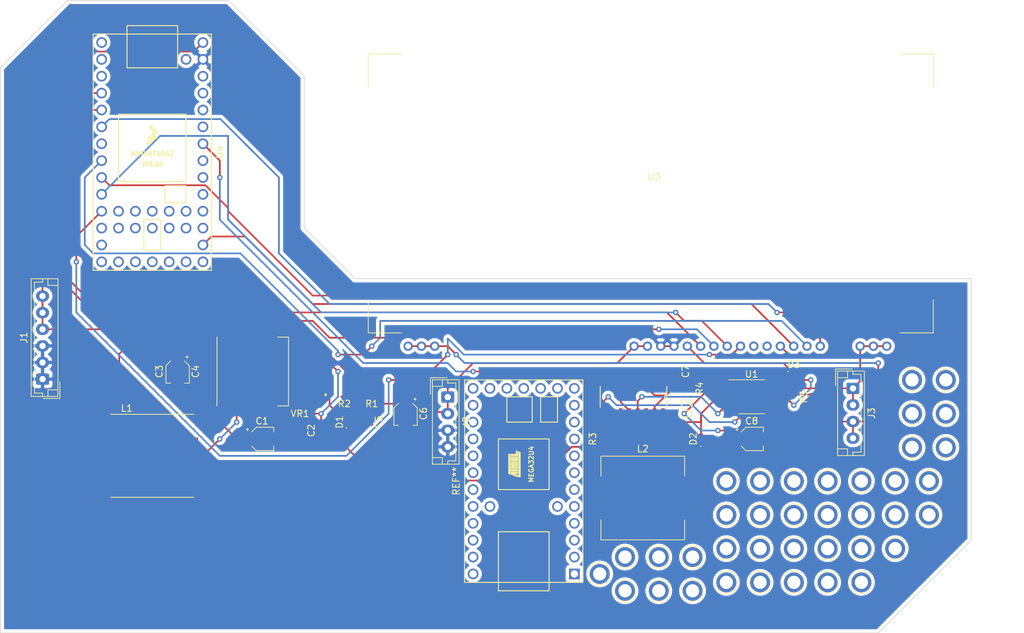
<source format=kicad_pcb>
(kicad_pcb (version 20171130) (host pcbnew "(5.1.10)-1")
  (layers (0 F.Cu signal) (31 B.Cu signal) (34 B.Paste user) (35 F.Paste user) (36 B.SilkS user) (37 F.SilkS user) (38 B.Mask user) (39 F.Mask user) (44 Edge.Cuts user))
  (net 0 "")
  (net 1 GND)
  (net 2 +5V)
  (net 3 VDD2)
  (net 4 "Net-(C7-Pad1)")
  (net 5 "Net-(C8-Pad1)")
  (net 6 "Net-(D1-Pad2)")
  (net 7 "Net-(D2-Pad1)")
  (net 8 "Net-(D3-Pad1)")
  (net 9 /F2)
  (net 10 /F1)
  (net 11 "Net-(R1-Pad2)")
  (net 12 /FF_BLANK)
  (net 13 "Net-(R4-Pad2)")
  (net 14 "Net-(R5-Pad2)")
  (net 15 "Net-(U1-Pad5)")
  (net 16 "Net-(U1-Pad4)")
  (net 17 "Net-(U2-Pad12)")
  (net 18 "Net-(U2-Pad7)")
  (net 19 "Net-(U2-Pad11)")
  (net 20 "Net-(U3-Pad6)")
  (net 21 "Net-(U3-Pad7)")
  (net 22 "Net-(U3-Pad8)")
  (net 23 "Net-(U3-Pad9)")
  (net 24 "Net-(U3-Pad10)")
  (net 25 "Net-(U3-Pad11)")
  (net 26 "Net-(U3-Pad12)")
  (net 27 "Net-(U3-Pad13)")
  (net 28 "Net-(U3-Pad14)")
  (net 29 "Net-(U3-Pad15)")
  (net 30 "Net-(U4-Pad17)")
  (net 31 "Net-(U4-Pad18)")
  (net 32 "Net-(U4-Pad19)")
  (net 33 "Net-(U4-Pad20)")
  (net 34 "Net-(U4-Pad16)")
  (net 35 "Net-(U4-Pad15)")
  (net 36 "Net-(U4-Pad14)")
  (net 37 "Net-(U4-Pad22)")
  (net 38 "Net-(U4-Pad23)")
  (net 39 "Net-(U4-Pad24)")
  (net 40 "Net-(U4-Pad25)")
  (net 41 "Net-(U4-Pad26)")
  (net 42 "Net-(U4-Pad28)")
  (net 43 "Net-(U4-Pad29)")
  (net 44 "Net-(U4-Pad30)")
  (net 45 +3V3)
  (net 46 "Net-(U4-Pad34)")
  (net 47 "Net-(U4-Pad13)")
  (net 48 "Net-(U4-Pad12)")
  (net 49 "Net-(U4-Pad7)")
  (net 50 "Net-(U4-Pad3)")
  (net 51 "Net-(U4-Pad2)")
  (net 52 "Net-(U4-Pad1)")
  (net 53 "Net-(U4-Pad35)")
  (net 54 "Net-(U4-Pad36)")
  (net 55 "Net-(U4-Pad37)")
  (net 56 "Net-(U4-Pad38)")
  (net 57 "Net-(U4-Pad39)")
  (net 58 "Net-(U4-Pad40)")
  (net 59 "Net-(U4-Pad41)")
  (net 60 "Net-(U4-Pad42)")
  (net 61 "Net-(U4-Pad43)")
  (net 62 "Net-(U4-Pad44)")
  (net 63 "Net-(VR1-Pad2)")
  (module TestPoint:TestPoint_Plated_Hole_D2.0mm (layer F.Cu) (at 119.38 133.35)
    (fp_text reference "" (at 0 -2.498) (layer F.SilkS))
    (fp_text value TestPoint_Plated_Hole_D2.0mm)
    (pad 1 thru_hole circle (at 0 0) (size 3 3) (drill 2) (layers *.Cu *.Mask))
  )
  (module TestPoint:TestPoint_Plated_Hole_D2.0mm (layer F.Cu) (at 128.27 135.89)
    (fp_text reference "" (at 0 -2.498) (layer F.SilkS))
    (fp_text value TestPoint_Plated_Hole_D2.0mm)
    (pad 1 thru_hole circle (at 0 0) (size 3 3) (drill 2) (layers *.Cu *.Mask))
  )
  (module TestPoint:TestPoint_Plated_Hole_D2.0mm (layer F.Cu) (at 123.19 135.89)
    (fp_text reference "" (at 0 -2.498) (layer F.SilkS))
    (fp_text value TestPoint_Plated_Hole_D2.0mm)
    (pad 1 thru_hole circle (at 0 0) (size 3 3) (drill 2) (layers *.Cu *.Mask))
  )
  (module TestPoint:TestPoint_Plated_Hole_D2.0mm (layer F.Cu) (at 123.19 130.81)
    (fp_text reference "" (at 0 -2.498) (layer F.SilkS))
    (fp_text value TestPoint_Plated_Hole_D2.0mm)
    (pad 1 thru_hole circle (at 0 0) (size 3 3) (drill 2) (layers *.Cu *.Mask))
  )
  (module TestPoint:TestPoint_Plated_Hole_D2.0mm (layer F.Cu) (at 128.27 130.81)
    (fp_text reference "" (at 0 -2.498) (layer F.SilkS))
    (fp_text value TestPoint_Plated_Hole_D2.0mm)
    (pad 1 thru_hole circle (at 0 0) (size 3 3) (drill 2) (layers *.Cu *.Mask))
  )
  (module TestPoint:TestPoint_Plated_Hole_D2.0mm (layer F.Cu) (at 133.35 130.81)
    (fp_text reference "" (at 0 -2.498) (layer F.SilkS))
    (fp_text value TestPoint_Plated_Hole_D2.0mm)
    (pad 1 thru_hole circle (at 0 0) (size 3 3) (drill 2) (layers *.Cu *.Mask))
  )
  (module TestPoint:TestPoint_Plated_Hole_D2.0mm (layer F.Cu) (at 133.35 135.89)
    (fp_text reference "" (at 0 -2.498) (layer F.SilkS))
    (fp_text value TestPoint_Plated_Hole_D2.0mm)
    (pad 1 thru_hole circle (at 0 0) (size 3 3) (drill 2) (layers *.Cu *.Mask))
  )
  (module TestPoint:TestPoint_Plated_Hole_D2.0mm (layer F.Cu) (at 138.43 129.54)
    (fp_text reference "" (at 0 -2.498) (layer F.SilkS))
    (fp_text value TestPoint_Plated_Hole_D2.0mm)
    (pad 1 thru_hole circle (at 0 0) (size 3 3) (drill 2) (layers *.Cu *.Mask))
  )
  (module TestPoint:TestPoint_Plated_Hole_D2.0mm (layer F.Cu) (at 138.43 124.46)
    (fp_text reference "" (at 0 -2.498) (layer F.SilkS))
    (fp_text value TestPoint_Plated_Hole_D2.0mm)
    (pad 1 thru_hole circle (at 0 0) (size 3 3) (drill 2) (layers *.Cu *.Mask))
  )
  (module TestPoint:TestPoint_Plated_Hole_D2.0mm (layer F.Cu) (at 138.43 134.62)
    (fp_text reference "" (at 0 -2.498) (layer F.SilkS))
    (fp_text value TestPoint_Plated_Hole_D2.0mm)
    (pad 1 thru_hole circle (at 0 0) (size 3 3) (drill 2) (layers *.Cu *.Mask))
  )
  (module TestPoint:TestPoint_Plated_Hole_D2.0mm (layer F.Cu) (at 143.51 134.62)
    (fp_text reference "" (at 0 -2.498) (layer F.SilkS))
    (fp_text value TestPoint_Plated_Hole_D2.0mm)
    (pad 1 thru_hole circle (at 0 0) (size 3 3) (drill 2) (layers *.Cu *.Mask))
  )
  (module TestPoint:TestPoint_Plated_Hole_D2.0mm (layer F.Cu) (at 143.51 129.54)
    (fp_text reference "" (at 0 -2.498) (layer F.SilkS))
    (fp_text value TestPoint_Plated_Hole_D2.0mm)
    (pad 1 thru_hole circle (at 0 0) (size 3 3) (drill 2) (layers *.Cu *.Mask))
  )
  (module TestPoint:TestPoint_Plated_Hole_D2.0mm (layer F.Cu) (at 143.51 124.46)
    (fp_text reference "" (at 0 -2.498) (layer F.SilkS))
    (fp_text value TestPoint_Plated_Hole_D2.0mm)
    (pad 1 thru_hole circle (at 0 0) (size 3 3) (drill 2) (layers *.Cu *.Mask))
  )
  (module TestPoint:TestPoint_Plated_Hole_D2.0mm (layer F.Cu) (at 148.59 124.46)
    (fp_text reference "" (at 0 -2.498) (layer F.SilkS))
    (fp_text value TestPoint_Plated_Hole_D2.0mm)
    (pad 1 thru_hole circle (at 0 0) (size 3 3) (drill 2) (layers *.Cu *.Mask))
  )
  (module TestPoint:TestPoint_Plated_Hole_D2.0mm (layer F.Cu) (at 148.59 129.54)
    (fp_text reference "" (at 0 -2.498) (layer F.SilkS))
    (fp_text value TestPoint_Plated_Hole_D2.0mm)
    (pad 1 thru_hole circle (at 0 0) (size 3 3) (drill 2) (layers *.Cu *.Mask))
  )
  (module TestPoint:TestPoint_Plated_Hole_D2.0mm (layer F.Cu) (at 148.59 134.62)
    (fp_text reference "" (at 0 -2.498) (layer F.SilkS))
    (fp_text value TestPoint_Plated_Hole_D2.0mm)
    (pad 1 thru_hole circle (at 0 0) (size 3 3) (drill 2) (layers *.Cu *.Mask))
  )
  (module TestPoint:TestPoint_Plated_Hole_D2.0mm (layer F.Cu) (at 153.67 134.62)
    (fp_text reference "" (at 0 -2.498) (layer F.SilkS))
    (fp_text value TestPoint_Plated_Hole_D2.0mm)
    (pad 1 thru_hole circle (at 0 0) (size 3 3) (drill 2) (layers *.Cu *.Mask))
  )
  (module TestPoint:TestPoint_Plated_Hole_D2.0mm (layer F.Cu) (at 153.67 129.54)
    (fp_text reference "" (at 0 -2.498) (layer F.SilkS))
    (fp_text value TestPoint_Plated_Hole_D2.0mm)
    (pad 1 thru_hole circle (at 0 0) (size 3 3) (drill 2) (layers *.Cu *.Mask))
  )
  (module TestPoint:TestPoint_Plated_Hole_D2.0mm (layer F.Cu) (at 153.67 124.46)
    (fp_text reference "" (at 0 -2.498) (layer F.SilkS))
    (fp_text value TestPoint_Plated_Hole_D2.0mm)
    (pad 1 thru_hole circle (at 0 0) (size 3 3) (drill 2) (layers *.Cu *.Mask))
  )
  (module TestPoint:TestPoint_Plated_Hole_D2.0mm (layer F.Cu) (at 158.75 134.62)
    (fp_text reference "" (at 0 -2.498) (layer F.SilkS))
    (fp_text value TestPoint_Plated_Hole_D2.0mm)
    (pad 1 thru_hole circle (at 0 0) (size 3 3) (drill 2) (layers *.Cu *.Mask))
  )
  (module TestPoint:TestPoint_Plated_Hole_D2.0mm (layer F.Cu) (at 158.75 129.54)
    (fp_text reference "" (at 0 -2.498) (layer F.SilkS))
    (fp_text value TestPoint_Plated_Hole_D2.0mm)
    (pad 1 thru_hole circle (at 0 0) (size 3 3) (drill 2) (layers *.Cu *.Mask))
  )
  (module TestPoint:TestPoint_Plated_Hole_D2.0mm (layer F.Cu) (at 158.75 124.46)
    (fp_text reference "" (at 0 -2.498) (layer F.SilkS))
    (fp_text value TestPoint_Plated_Hole_D2.0mm)
    (pad 1 thru_hole circle (at 0 0) (size 3 3) (drill 2) (layers *.Cu *.Mask))
  )
  (module TestPoint:TestPoint_Plated_Hole_D2.0mm (layer F.Cu) (at 171.45 104.14)
    (fp_text reference "" (at 0 -2.498) (layer F.SilkS))
    (fp_text value TestPoint_Plated_Hole_D2.0mm)
    (pad 1 thru_hole circle (at 0 0) (size 3 3) (drill 2) (layers *.Cu *.Mask))
  )
  (module TestPoint:TestPoint_Plated_Hole_D2.0mm (layer F.Cu) (at 171.45 109.22)
    (fp_text reference "" (at 0 -2.498) (layer F.SilkS))
    (fp_text value TestPoint_Plated_Hole_D2.0mm)
    (pad 1 thru_hole circle (at 0 0) (size 3 3) (drill 2) (layers *.Cu *.Mask))
  )
  (module TestPoint:TestPoint_Plated_Hole_D2.0mm (layer F.Cu) (at 171.45 114.3)
    (fp_text reference "" (at 0 -2.498) (layer F.SilkS))
    (fp_text value TestPoint_Plated_Hole_D2.0mm)
    (pad 1 thru_hole circle (at 0 0) (size 3 3) (drill 2) (layers *.Cu *.Mask))
  )
  (module TestPoint:TestPoint_Plated_Hole_D2.0mm (layer F.Cu) (at 163.83 129.54)
    (fp_text reference "" (at 0 -2.498) (layer F.SilkS))
    (fp_text value TestPoint_Plated_Hole_D2.0mm)
    (pad 1 thru_hole circle (at 0 0) (size 3 3) (drill 2) (layers *.Cu *.Mask))
  )
  (module TestPoint:TestPoint_Plated_Hole_D2.0mm (layer F.Cu) (at 163.83 124.46)
    (fp_text reference "" (at 0 -2.498) (layer F.SilkS))
    (fp_text value TestPoint_Plated_Hole_D2.0mm)
    (pad 1 thru_hole circle (at 0 0) (size 3 3) (drill 2) (layers *.Cu *.Mask))
  )
  (module TestPoint:TestPoint_Plated_Hole_D2.0mm (layer F.Cu) (at 168.91 124.46)
    (fp_text reference "" (at 0 -2.498) (layer F.SilkS))
    (fp_text value TestPoint_Plated_Hole_D2.0mm)
    (pad 1 thru_hole circle (at 0 0) (size 3 3) (drill 2) (layers *.Cu *.Mask))
  )
  (module TestPoint:TestPoint_Plated_Hole_D2.0mm (layer F.Cu) (at 166.37 104.14)
    (fp_text reference "" (at 0 -2.498) (layer F.SilkS))
    (fp_text value TestPoint_Plated_Hole_D2.0mm)
    (pad 1 thru_hole circle (at 0 0) (size 3 3) (drill 2) (layers *.Cu *.Mask))
  )
  (module TestPoint:TestPoint_Plated_Hole_D2.0mm (layer F.Cu) (at 166.37 109.22)
    (fp_text reference "" (at 0 -2.498) (layer F.SilkS))
    (fp_text value TestPoint_Plated_Hole_D2.0mm)
    (pad 1 thru_hole circle (at 0 0) (size 3 3) (drill 2) (layers *.Cu *.Mask))
  )
  (module TestPoint:TestPoint_Plated_Hole_D2.0mm (layer F.Cu) (at 166.37 114.3)
    (fp_text reference "" (at 0 -2.498) (layer F.SilkS))
    (fp_text value TestPoint_Plated_Hole_D2.0mm)
    (pad 1 thru_hole circle (at 0 0) (size 3 3) (drill 2) (layers *.Cu *.Mask))
  )
  (module TestPoint:TestPoint_Plated_Hole_D2.0mm (layer F.Cu) (at 168.91 119.38)
    (fp_text reference "" (at 0 -2.498) (layer F.SilkS))
    (fp_text value TestPoint_Plated_Hole_D2.0mm)
    (pad 1 thru_hole circle (at 0 0) (size 3 3) (drill 2) (layers *.Cu *.Mask))
  )
  (module TestPoint:TestPoint_Plated_Hole_D2.0mm (layer F.Cu) (at 163.83 119.38)
    (fp_text reference "" (at 0 -2.498) (layer F.SilkS))
    (fp_text value TestPoint_Plated_Hole_D2.0mm)
    (pad 1 thru_hole circle (at 0 0) (size 3 3) (drill 2) (layers *.Cu *.Mask))
  )
  (module TestPoint:TestPoint_Plated_Hole_D2.0mm (layer F.Cu) (at 158.75 119.38)
    (fp_text reference "" (at 0 -2.498) (layer F.SilkS))
    (fp_text value TestPoint_Plated_Hole_D2.0mm)
    (pad 1 thru_hole circle (at 0 0) (size 3 3) (drill 2) (layers *.Cu *.Mask))
  )
  (module TestPoint:TestPoint_Plated_Hole_D2.0mm (layer F.Cu) (at 153.67 119.38)
    (fp_text reference "" (at 0 -2.498) (layer F.SilkS))
    (fp_text value TestPoint_Plated_Hole_D2.0mm)
    (pad 1 thru_hole circle (at 0 0) (size 3 3) (drill 2) (layers *.Cu *.Mask))
  )
  (module TestPoint:TestPoint_Plated_Hole_D2.0mm (layer F.Cu) (at 148.59 119.38)
    (fp_text reference "" (at 0 -2.498) (layer F.SilkS))
    (fp_text value TestPoint_Plated_Hole_D2.0mm)
    (pad 1 thru_hole circle (at 0 0) (size 3 3) (drill 2) (layers *.Cu *.Mask))
  )
  (module TestPoint:TestPoint_Plated_Hole_D2.0mm (layer F.Cu) (at 143.51 119.38)
    (fp_text reference "" (at 0 -2.498) (layer F.SilkS))
    (fp_text value TestPoint_Plated_Hole_D2.0mm)
    (pad 1 thru_hole circle (at 0 0) (size 3 3) (drill 2) (layers *.Cu *.Mask))
  )
  (module TestPoint:TestPoint_Plated_Hole_D2.0mm (layer F.Cu) (at 138.43 119.38)
    (fp_text reference "" (at 0 -2.498) (layer F.SilkS))
    (fp_text value TestPoint_Plated_Hole_D2.0mm)
    (pad 1 thru_hole circle (at 0 0) (size 3 3) (drill 2) (layers *.Cu *.Mask))
  )
  (module misc_footprints:Teensy2.0 (layer F.Cu) (at 107.95 119.38 90)
    (fp_text reference REF** (at 0 -10.16 90) (layer F.SilkS))
    (fp_text value Teensy2.0)
    (fp_text user MEGA32U4 (at 2.54 1.143 90) (layer F.SilkS) (effects (font (size 0.7 0.7))))
    (pad 15 thru_hole circle (at 13.97 0 90) (size 1.6 1.6) (drill 1.1) (layers *.Cu *.Mask))
    (pad 1 thru_hole rect (at -13.97 7.62 90) (size 1.6 1.6) (drill 1.1) (layers *.Cu *.Mask))
    (pad 2 thru_hole circle (at -11.43 7.62 90) (size 1.6 1.6) (drill 1.1) (layers *.Cu *.Mask))
    (pad 3 thru_hole circle (at -8.89 7.62 90) (size 1.6 1.6) (drill 1.1) (layers *.Cu *.Mask))
    (pad 4 thru_hole circle (at -6.35 7.62 90) (size 1.6 1.6) (drill 1.1) (layers *.Cu *.Mask))
    (pad 5 thru_hole circle (at -3.81 7.62 90) (size 1.6 1.6) (drill 1.1) (layers *.Cu *.Mask))
    (pad 6 thru_hole circle (at -1.27 7.62 90) (size 1.6 1.6) (drill 1.1) (layers *.Cu *.Mask))
    (pad 7 thru_hole circle (at 1.27 7.62 90) (size 1.6 1.6) (drill 1.1) (layers *.Cu *.Mask))
    (pad 8 thru_hole circle (at 3.81 7.62 90) (size 1.6 1.6) (drill 1.1) (layers *.Cu *.Mask))
    (pad 9 thru_hole circle (at 6.35 7.62 90) (size 1.6 1.6) (drill 1.1) (layers *.Cu *.Mask))
    (pad 10 thru_hole circle (at 8.89 7.62 90) (size 1.6 1.6) (drill 1.1) (layers *.Cu *.Mask))
    (pad 11 thru_hole circle (at 11.43 7.62 90) (size 1.6 1.6) (drill 1.1) (layers *.Cu *.Mask))
    (pad 12 thru_hole circle (at 13.97 7.62 90) (size 1.6 1.6) (drill 1.1) (layers *.Cu *.Mask))
    (pad 13 thru_hole circle (at 13.97 5.08 90) (size 1.6 1.6) (drill 1.1) (layers *.Cu *.Mask))
    (pad 14 thru_hole circle (at 13.97 2.54 90) (size 1.6 1.6) (drill 1.1) (layers *.Cu *.Mask))
    (pad 16 thru_hole circle (at 13.97 -2.54 90) (size 1.6 1.6) (drill 1.1) (layers *.Cu *.Mask))
    (pad 17 thru_hole circle (at 13.97 -5.08 90) (size 1.6 1.6) (drill 1.1) (layers *.Cu *.Mask))
    (pad 18 thru_hole circle (at 13.97 -7.62 90) (size 1.6 1.6) (drill 1.1) (layers *.Cu *.Mask))
    (pad 19 thru_hole circle (at 11.43 -7.62 90) (size 1.6 1.6) (drill 1.1) (layers *.Cu *.Mask))
    (pad 20 thru_hole circle (at 8.89 -7.62 90) (size 1.6 1.6) (drill 1.1) (layers *.Cu *.Mask))
    (pad 21 thru_hole circle (at 6.35 -7.62 90) (size 1.6 1.6) (drill 1.1) (layers *.Cu *.Mask))
    (pad 22 thru_hole circle (at 3.81 -7.62 90) (size 1.6 1.6) (drill 1.1) (layers *.Cu *.Mask))
    (pad 23 thru_hole circle (at 1.27 -7.62 90) (size 1.6 1.6) (drill 1.1) (layers *.Cu *.Mask))
    (pad 24 thru_hole circle (at -1.27 -7.62 90) (size 1.6 1.6) (drill 1.1) (layers *.Cu *.Mask))
    (pad 25 thru_hole circle (at -3.81 -7.62 90) (size 1.6 1.6) (drill 1.1) (layers *.Cu *.Mask))
    (pad 26 thru_hole circle (at -6.35 -7.62 90) (size 1.6 1.6) (drill 1.1) (layers *.Cu *.Mask))
    (pad 27 thru_hole circle (at -8.89 -7.62 90) (size 1.6 1.6) (drill 1.1) (layers *.Cu *.Mask))
    (pad 28 thru_hole circle (at -11.43 -7.62 90) (size 1.6 1.6) (drill 1.1) (layers *.Cu *.Mask))
    (pad 29 thru_hole circle (at -13.97 -7.62 90) (size 1.6 1.6) (drill 1.1) (layers *.Cu *.Mask))
    (pad 30 thru_hole circle (at -3.81 5.08 90) (size 1.6 1.6) (drill 1.1) (layers *.Cu *.Mask))
    (pad 31 thru_hole circle (at -3.81 -5.08 90) (size 1.6 1.6) (drill 1.1) (layers *.Cu *.Mask))
  )
  (module misc_footprints:DPAK170P1435X465-6N (layer F.Cu) (at 69.85 102.87 180)
    (fp_text reference VR1 (at -4.445 -6.35) (layer F.SilkS))
    (fp_text value XL6009)
    (pad 1 smd rect (at -6.13 -3.4 180) (size 3.21 1.05) (layers F.Cu F.Paste F.Mask) (net 1 GND))
    (pad 2 smd rect (at -6.13 -1.7 180) (size 3.21 1.05) (layers F.Cu F.Paste F.Mask) (net 63 "Net-(VR1-Pad2)"))
    (pad 3 smd rect (at -6.13 0 180) (size 3.21 1.05) (layers F.Cu F.Paste F.Mask) (net 6 "Net-(D1-Pad2)"))
    (pad 4 smd rect (at -6.13 1.7 180) (size 3.21 1.05) (layers F.Cu F.Paste F.Mask) (net 2 +5V))
    (pad 5 smd rect (at -6.13 3.4 180) (size 3.21 1.05) (layers F.Cu F.Paste F.Mask) (net 11 "Net-(R1-Pad2)"))
    (pad 6 smd rect (at 3.5 0 180) (size 8.46 10.53) (layers F.Cu F.Mask) (net 6 "Net-(D1-Pad2)"))
  )
  (module misc_footprints:Teensy40 (layer F.Cu) (at 52.07 69.85 270)
    (fp_text reference U4 (at 0 -10.16 90) (layer F.SilkS))
    (fp_text value Teensy4.0)
    (fp_text user DVL6A (at 1.778 0) (layer F.SilkS) (effects (font (size 0.7 0.7))))
    (fp_text user MIMXRT1062 (at 0.254 0) (layer F.SilkS) (effects (font (size 0.7 0.7))))
    (pad 44 thru_hole circle (at 8.89 5.08 270) (size 1.6 1.6) (drill 1.1) (layers *.Cu *.Mask) (net 62 "Net-(U4-Pad44)"))
    (pad 43 thru_hole circle (at 11.43 5.08 270) (size 1.6 1.6) (drill 1.1) (layers *.Cu *.Mask) (net 61 "Net-(U4-Pad43)"))
    (pad 42 thru_hole circle (at 8.89 2.54 270) (size 1.6 1.6) (drill 1.1) (layers *.Cu *.Mask) (net 60 "Net-(U4-Pad42)"))
    (pad 41 thru_hole circle (at 11.43 2.54 270) (size 1.6 1.6) (drill 1.1) (layers *.Cu *.Mask) (net 59 "Net-(U4-Pad41)"))
    (pad 40 thru_hole circle (at 8.89 0 270) (size 1.6 1.6) (drill 1.1) (layers *.Cu *.Mask) (net 58 "Net-(U4-Pad40)"))
    (pad 39 thru_hole circle (at 11.43 0 270) (size 1.6 1.6) (drill 1.1) (layers *.Cu *.Mask) (net 57 "Net-(U4-Pad39)"))
    (pad 38 thru_hole circle (at 8.89 -2.54 270) (size 1.6 1.6) (drill 1.1) (layers *.Cu *.Mask) (net 56 "Net-(U4-Pad38)"))
    (pad 37 thru_hole circle (at 11.43 -2.54 270) (size 1.6 1.6) (drill 1.1) (layers *.Cu *.Mask) (net 55 "Net-(U4-Pad37)"))
    (pad 36 thru_hole circle (at 8.89 -5.08 270) (size 1.6 1.6) (drill 1.1) (layers *.Cu *.Mask) (net 54 "Net-(U4-Pad36)"))
    (pad 35 thru_hole circle (at 11.43 -5.08 270) (size 1.6 1.6) (drill 1.1) (layers *.Cu *.Mask) (net 53 "Net-(U4-Pad35)"))
    (pad 1 thru_hole circle (at -16.51 7.62 270) (size 1.6 1.6) (drill 1.1) (layers *.Cu *.Mask) (net 52 "Net-(U4-Pad1)"))
    (pad 2 thru_hole circle (at -13.97 7.62 270) (size 1.6 1.6) (drill 1.1) (layers *.Cu *.Mask) (net 51 "Net-(U4-Pad2)"))
    (pad 3 thru_hole circle (at -11.43 7.62 270) (size 1.6 1.6) (drill 1.1) (layers *.Cu *.Mask) (net 50 "Net-(U4-Pad3)"))
    (pad 4 thru_hole circle (at -8.89 7.62 270) (size 1.6 1.6) (drill 1.1) (layers *.Cu *.Mask) (net 28 "Net-(U3-Pad14)"))
    (pad 5 thru_hole circle (at -6.35 7.62 270) (size 1.6 1.6) (drill 1.1) (layers *.Cu *.Mask) (net 29 "Net-(U3-Pad15)"))
    (pad 6 thru_hole circle (at -3.81 7.62 270) (size 1.6 1.6) (drill 1.1) (layers *.Cu *.Mask) (net 20 "Net-(U3-Pad6)"))
    (pad 7 thru_hole circle (at -1.27 7.62 270) (size 1.6 1.6) (drill 1.1) (layers *.Cu *.Mask) (net 49 "Net-(U4-Pad7)"))
    (pad 8 thru_hole circle (at 1.27 7.62 270) (size 1.6 1.6) (drill 1.1) (layers *.Cu *.Mask) (net 21 "Net-(U3-Pad7)"))
    (pad 9 thru_hole circle (at 3.81 7.62 270) (size 1.6 1.6) (drill 1.1) (layers *.Cu *.Mask) (net 23 "Net-(U3-Pad9)"))
    (pad 10 thru_hole circle (at 6.35 7.62 270) (size 1.6 1.6) (drill 1.1) (layers *.Cu *.Mask) (net 27 "Net-(U3-Pad13)"))
    (pad 11 thru_hole circle (at 8.89 7.62 270) (size 1.6 1.6) (drill 1.1) (layers *.Cu *.Mask) (net 26 "Net-(U3-Pad12)"))
    (pad 12 thru_hole circle (at 11.43 7.62 270) (size 1.6 1.6) (drill 1.1) (layers *.Cu *.Mask) (net 48 "Net-(U4-Pad12)"))
    (pad 13 thru_hole circle (at 13.97 7.62 270) (size 1.6 1.6) (drill 1.1) (layers *.Cu *.Mask) (net 47 "Net-(U4-Pad13)"))
    (pad 34 thru_hole circle (at -13.97 -5.08 270) (size 1.6 1.6) (drill 1.1) (layers *.Cu *.Mask) (net 46 "Net-(U4-Pad34)"))
    (pad 33 thru_hole circle (at -16.51 -7.62 270) (size 1.6 1.6) (drill 1.1) (layers *.Cu *.Mask) (net 2 +5V))
    (pad 32 thru_hole circle (at -13.97 -7.62 270) (size 1.6 1.6) (drill 1.1) (layers *.Cu *.Mask) (net 1 GND))
    (pad 31 thru_hole circle (at -11.43 -7.62 270) (size 1.6 1.6) (drill 1.1) (layers *.Cu *.Mask) (net 45 +3V3))
    (pad 30 thru_hole circle (at -8.89 -7.62 270) (size 1.6 1.6) (drill 1.1) (layers *.Cu *.Mask) (net 44 "Net-(U4-Pad30)"))
    (pad 29 thru_hole circle (at -6.35 -7.62 270) (size 1.6 1.6) (drill 1.1) (layers *.Cu *.Mask) (net 43 "Net-(U4-Pad29)"))
    (pad 28 thru_hole circle (at -3.81 -7.62 270) (size 1.6 1.6) (drill 1.1) (layers *.Cu *.Mask) (net 42 "Net-(U4-Pad28)"))
    (pad 27 thru_hole circle (at -1.27 -7.62 270) (size 1.6 1.6) (drill 1.1) (layers *.Cu *.Mask) (net 12 /FF_BLANK))
    (pad 26 thru_hole circle (at 1.27 -7.62 270) (size 1.6 1.6) (drill 1.1) (layers *.Cu *.Mask) (net 41 "Net-(U4-Pad26)"))
    (pad 25 thru_hole circle (at 3.81 -7.62 270) (size 1.6 1.6) (drill 1.1) (layers *.Cu *.Mask) (net 40 "Net-(U4-Pad25)"))
    (pad 24 thru_hole circle (at 6.35 -7.62 270) (size 1.6 1.6) (drill 1.1) (layers *.Cu *.Mask) (net 39 "Net-(U4-Pad24)"))
    (pad 23 thru_hole circle (at 8.89 -7.62 270) (size 1.6 1.6) (drill 1.1) (layers *.Cu *.Mask) (net 38 "Net-(U4-Pad23)"))
    (pad 22 thru_hole circle (at 11.43 -7.62 270) (size 1.6 1.6) (drill 1.1) (layers *.Cu *.Mask) (net 37 "Net-(U4-Pad22)"))
    (pad 21 thru_hole circle (at 13.97 -7.62 270) (size 1.6 1.6) (drill 1.1) (layers *.Cu *.Mask) (net 22 "Net-(U3-Pad8)"))
    (pad 14 thru_hole circle (at 16.51 7.62 270) (size 1.6 1.6) (drill 1.1) (layers *.Cu *.Mask) (net 36 "Net-(U4-Pad14)"))
    (pad 15 thru_hole circle (at 16.51 5.08 270) (size 1.6 1.6) (drill 1.1) (layers *.Cu *.Mask) (net 35 "Net-(U4-Pad15)"))
    (pad 16 thru_hole circle (at 16.51 2.54 270) (size 1.6 1.6) (drill 1.1) (layers *.Cu *.Mask) (net 34 "Net-(U4-Pad16)"))
    (pad 20 thru_hole circle (at 16.51 -7.62 270) (size 1.6 1.6) (drill 1.1) (layers *.Cu *.Mask) (net 33 "Net-(U4-Pad20)"))
    (pad 19 thru_hole circle (at 16.51 -5.08 270) (size 1.6 1.6) (drill 1.1) (layers *.Cu *.Mask) (net 32 "Net-(U4-Pad19)"))
    (pad 18 thru_hole circle (at 16.51 -2.54 270) (size 1.6 1.6) (drill 1.1) (layers *.Cu *.Mask) (net 31 "Net-(U4-Pad18)"))
    (pad 17 thru_hole circle (at 16.51 0 270) (size 1.6 1.6) (drill 1.1) (layers *.Cu *.Mask) (net 30 "Net-(U4-Pad17)"))
  )
  (module misc_footprints:MN12864K (layer F.Cu) (at 162.56 99.06 180)
    (fp_text reference U3 (at 35 25.5) (layer F.SilkS))
    (fp_text value MN12864K)
    (pad 1 thru_hole circle (at 0 0 180) (size 1.4 1.4) (drill 0.85) (layers *.Cu *.Mask) (net 10 /F1))
    (pad 2 thru_hole circle (at 2 0 180) (size 1.4 1.4) (drill 0.85) (layers *.Cu *.Mask) (net 10 /F1))
    (pad 3 thru_hole circle (at 4 0 180) (size 1.4 1.4) (drill 0.85) (layers *.Cu *.Mask) (net 10 /F1))
    (pad 6 thru_hole circle (at 10 0 180) (size 1.4 1.4) (drill 0.85) (layers *.Cu *.Mask) (net 20 "Net-(U3-Pad6)"))
    (pad 7 thru_hole circle (at 12 0 180) (size 1.4 1.4) (drill 0.85) (layers *.Cu *.Mask) (net 21 "Net-(U3-Pad7)"))
    (pad 8 thru_hole circle (at 14 0 180) (size 1.4 1.4) (drill 0.85) (layers *.Cu *.Mask) (net 22 "Net-(U3-Pad8)"))
    (pad 9 thru_hole circle (at 16 0 180) (size 1.4 1.4) (drill 0.85) (layers *.Cu *.Mask) (net 23 "Net-(U3-Pad9)"))
    (pad 10 thru_hole circle (at 18 0 180) (size 1.4 1.4) (drill 0.85) (layers *.Cu *.Mask) (net 24 "Net-(U3-Pad10)"))
    (pad 11 thru_hole circle (at 20 0 180) (size 1.4 1.4) (drill 0.85) (layers *.Cu *.Mask) (net 25 "Net-(U3-Pad11)"))
    (pad 12 thru_hole circle (at 22 0 180) (size 1.4 1.4) (drill 0.85) (layers *.Cu *.Mask) (net 26 "Net-(U3-Pad12)"))
    (pad 13 thru_hole circle (at 24 0 180) (size 1.4 1.4) (drill 0.85) (layers *.Cu *.Mask) (net 27 "Net-(U3-Pad13)"))
    (pad 14 thru_hole circle (at 26 0 180) (size 1.4 1.4) (drill 0.85) (layers *.Cu *.Mask) (net 28 "Net-(U3-Pad14)"))
    (pad 15 thru_hole circle (at 28 0 180) (size 1.4 1.4) (drill 0.85) (layers *.Cu *.Mask) (net 29 "Net-(U3-Pad15)"))
    (pad 16 thru_hole circle (at 30 0 180) (size 1.4 1.4) (drill 0.85) (layers *.Cu *.Mask) (net 8 "Net-(D3-Pad1)"))
    (pad 17 thru_hole circle (at 32 0 180) (size 1.4 1.4) (drill 0.85) (layers *.Cu *.Mask) (net 1 GND))
    (pad 18 thru_hole circle (at 34 0 180) (size 1.4 1.4) (drill 0.85) (layers *.Cu *.Mask) (net 1 GND))
    (pad 19 thru_hole circle (at 36 0 180) (size 1.4 1.4) (drill 0.85) (layers *.Cu *.Mask) (net 3 VDD2))
    (pad 20 thru_hole circle (at 38 0 180) (size 1.4 1.4) (drill 0.85) (layers *.Cu *.Mask) (net 3 VDD2))
    (pad 35 thru_hole circle (at 68 0 180) (size 1.4 1.4) (drill 0.85) (layers *.Cu *.Mask) (net 9 /F2))
    (pad 36 thru_hole circle (at 70 0 180) (size 1.4 1.4) (drill 0.85) (layers *.Cu *.Mask) (net 9 /F2))
    (pad 37 thru_hole circle (at 72 0 180) (size 1.4 1.4) (drill 0.85) (layers *.Cu *.Mask) (net 9 /F2))
  )
  (module misc_footprints:SOIC127P600X175-16N (layer F.Cu) (at 124.46 106.68 270)
    (fp_text reference U2 (at 1.75527 -8.03867 90) (layer F.SilkS) (effects (font (size 1.642504 1.642504))))
    (fp_text value 74HC123D,653)
    (pad 1 smd rect (at -2.5908 -4.445 270) (size 1.7018 0.5334) (layers F.Cu F.Paste F.Mask) (net 4 "Net-(C7-Pad1)"))
    (pad 2 smd rect (at -2.5908 -3.175 270) (size 1.7018 0.5334) (layers F.Cu F.Paste F.Mask) (net 4 "Net-(C7-Pad1)"))
    (pad 3 smd rect (at -2.5908 -1.905 270) (size 1.7018 0.5334) (layers F.Cu F.Paste F.Mask) (net 13 "Net-(R4-Pad2)"))
    (pad 4 smd rect (at -2.5908 -0.635 270) (size 1.7018 0.5334) (layers F.Cu F.Paste F.Mask) (net 13 "Net-(R4-Pad2)"))
    (pad 5 smd rect (at -2.5908 0.635 270) (size 1.7018 0.5334) (layers F.Cu F.Paste F.Mask) (net 13 "Net-(R4-Pad2)"))
    (pad 6 smd rect (at -2.5908 1.905 270) (size 1.7018 0.5334) (layers F.Cu F.Paste F.Mask) (net 17 "Net-(U2-Pad12)"))
    (pad 7 smd rect (at -2.5908 3.175 270) (size 1.7018 0.5334) (layers F.Cu F.Paste F.Mask) (net 18 "Net-(U2-Pad7)"))
    (pad 8 smd rect (at -2.5908 4.445 270) (size 1.7018 0.5334) (layers F.Cu F.Paste F.Mask) (net 1 GND))
    (pad 9 smd rect (at 2.5908 4.445 270) (size 1.7018 0.5334) (layers F.Cu F.Paste F.Mask) (net 15 "Net-(U1-Pad5)"))
    (pad 10 smd rect (at 2.5908 3.175 270) (size 1.7018 0.5334) (layers F.Cu F.Paste F.Mask) (net 12 /FF_BLANK))
    (pad 11 smd rect (at 2.5908 1.905 270) (size 1.7018 0.5334) (layers F.Cu F.Paste F.Mask) (net 19 "Net-(U2-Pad11)"))
    (pad 12 smd rect (at 2.5908 0.635 270) (size 1.7018 0.5334) (layers F.Cu F.Paste F.Mask) (net 17 "Net-(U2-Pad12)"))
    (pad 13 smd rect (at 2.5908 -0.635 270) (size 1.7018 0.5334) (layers F.Cu F.Paste F.Mask) (net 16 "Net-(U1-Pad4)"))
    (pad 14 smd rect (at 2.5908 -1.905 270) (size 1.7018 0.5334) (layers F.Cu F.Paste F.Mask) (net 19 "Net-(U2-Pad11)"))
    (pad 15 smd rect (at 2.5908 -3.175 270) (size 1.7018 0.5334) (layers F.Cu F.Paste F.Mask) (net 13 "Net-(R4-Pad2)"))
    (pad 16 smd rect (at 2.5908 -4.445 270) (size 1.7018 0.5334) (layers F.Cu F.Paste F.Mask) (net 2 +5V))
  )
  (module Package_SO:SOIC-8_3.9x4.9mm_P1.27mm (layer F.Cu) (at 142.24 106.68)
    (fp_text reference U1 (at 0 -3.4) (layer F.SilkS))
    (fp_text value ZXBM5210-S)
    (pad 8 smd roundrect (at 2.475 -1.905) (size 1.95 0.6) (layers F.Cu F.Paste F.Mask) (net 1 GND))
    (pad 7 smd roundrect (at 2.475 -0.635) (size 1.95 0.6) (layers F.Cu F.Paste F.Mask) (net 14 "Net-(R5-Pad2)"))
    (pad 6 smd roundrect (at 2.475 0.635) (size 1.95 0.6) (layers F.Cu F.Paste F.Mask) (net 2 +5V))
    (pad 5 smd roundrect (at 2.475 1.905) (size 1.95 0.6) (layers F.Cu F.Paste F.Mask) (net 15 "Net-(U1-Pad5)"))
    (pad 4 smd roundrect (at -2.475 1.905) (size 1.95 0.6) (layers F.Cu F.Paste F.Mask) (net 16 "Net-(U1-Pad4)"))
    (pad 3 smd roundrect (at -2.475 0.635) (size 1.95 0.6) (layers F.Cu F.Paste F.Mask) (net 2 +5V))
    (pad 2 smd roundrect (at -2.475 -0.635) (size 1.95 0.6) (layers F.Cu F.Paste F.Mask) (net 5 "Net-(C8-Pad1)"))
    (pad 1 smd roundrect (at -2.475 -1.905) (size 1.95 0.6) (layers F.Cu F.Paste F.Mask) (net 10 /F1))
  )
  (module Resistor_SMD:R_0201_0603Metric (layer F.Cu) (at 151.13 106.68 90)
    (fp_text reference R5 (at 0 -1.05 90) (layer F.SilkS))
    (fp_text value 22R)
    (pad 2 smd roundrect (at 0.32 0 90) (size 0.46 0.4) (layers F.Cu F.Mask) (net 14 "Net-(R5-Pad2)"))
    (pad 1 smd roundrect (at -0.32 0 90) (size 0.46 0.4) (layers F.Cu F.Mask) (net 9 /F2))
  )
  (module Resistor_SMD:R_0201_0603Metric (layer F.Cu) (at 133.35 105.41 270)
    (fp_text reference R4 (at 0 -1.05 90) (layer F.SilkS))
    (fp_text value 2.7k)
    (pad 2 smd roundrect (at 0.32 0 270) (size 0.46 0.4) (layers F.Cu F.Mask) (net 13 "Net-(R4-Pad2)"))
    (pad 1 smd roundrect (at -0.32 0 270) (size 0.46 0.4) (layers F.Cu F.Mask) (net 4 "Net-(C7-Pad1)"))
  )
  (module Resistor_SMD:R_0201_0603Metric (layer F.Cu) (at 119.38 113.03 90)
    (fp_text reference R3 (at 0 -1.05 90) (layer F.SilkS))
    (fp_text value 2.7k)
    (pad 2 smd roundrect (at 0.32 0 90) (size 0.46 0.4) (layers F.Cu F.Mask) (net 12 /FF_BLANK))
    (pad 1 smd roundrect (at -0.32 0 90) (size 0.46 0.4) (layers F.Cu F.Mask) (net 2 +5V))
  )
  (module Resistor_SMD:R_0201_0603Metric (layer F.Cu) (at 80.96 106.68 180)
    (fp_text reference R2 (at 0 -1.05) (layer F.SilkS))
    (fp_text value 39)
    (pad 2 smd roundrect (at 0.32 0 180) (size 0.46 0.4) (layers F.Cu F.Mask) (net 1 GND))
    (pad 1 smd roundrect (at -0.32 0 180) (size 0.46 0.4) (layers F.Cu F.Mask) (net 11 "Net-(R1-Pad2)"))
  )
  (module Resistor_SMD:R_0201_0603Metric (layer F.Cu) (at 85.09 106.68 180)
    (fp_text reference R1 (at 0 -1.05) (layer F.SilkS))
    (fp_text value 1.5k)
    (pad 2 smd roundrect (at 0.32 0 180) (size 0.46 0.4) (layers F.Cu F.Mask) (net 11 "Net-(R1-Pad2)"))
    (pad 1 smd roundrect (at -0.32 0 180) (size 0.46 0.4) (layers F.Cu F.Mask) (net 3 VDD2))
  )
  (module Inductor_SMD:L_12x12mm_H8mm (layer F.Cu) (at 125.86 121.92)
    (fp_text reference L2 (at 0 -7.4) (layer F.SilkS))
    (fp_text value 10u)
    (pad 2 smd rect (at 4.95 0) (size 2.9 5.4) (layers F.Cu F.Paste F.Mask) (net 5 "Net-(C8-Pad1)"))
    (pad 1 smd rect (at -4.95 0) (size 2.9 5.4) (layers F.Cu F.Paste F.Mask) (net 7 "Net-(D2-Pad1)"))
  )
  (module misc_footprints:INDM1250X1250X600 (layer F.Cu) (at 52.07 115.57)
    (fp_text reference L1 (at -3.83896 -7.16106) (layer F.SilkS) (effects (font (size 1.003654 1.003654))))
    (fp_text value L_Core_Iron)
    (pad 1 smd rect (at -4.975 0) (size 3.85 5.5) (layers F.Cu F.Paste F.Mask) (net 2 +5V))
    (pad 2 smd rect (at 4.975 0) (size 3.85 5.5) (layers F.Cu F.Paste F.Mask) (net 6 "Net-(D1-Pad2)"))
  )
  (module Connector_JST:JST_EH_B4B-EH-A_1x04_P2.50mm_Vertical (layer F.Cu) (at 157.48 105.41 270)
    (fp_text reference J3 (at 3.75 -2.8 90) (layer F.SilkS))
    (fp_text value Conn_01x04)
    (pad 4 thru_hole oval (at 7.5 0 270) (size 1.7 1.95) (drill 0.95) (layers *.Cu *.Mask) (net 9 /F2))
    (pad 3 thru_hole oval (at 5 0 270) (size 1.7 1.95) (drill 0.95) (layers *.Cu *.Mask) (net 9 /F2))
    (pad 2 thru_hole oval (at 2.5 0 270) (size 1.7 1.95) (drill 0.95) (layers *.Cu *.Mask) (net 10 /F1))
    (pad 1 thru_hole roundrect (at 0 0 270) (size 1.7 1.95) (drill 0.95) (layers *.Cu *.Mask) (roundrect_rratio 0.1470588235294118) (net 10 /F1))
  )
  (module Connector_JST:JST_EH_B4B-EH-A_1x04_P2.50mm_Vertical (layer F.Cu) (at 96.52 106.72 270)
    (fp_text reference J2 (at 3.75 -2.8 90) (layer F.SilkS))
    (fp_text value Conn_01x04)
    (pad 4 thru_hole oval (at 7.5 0 270) (size 1.7 1.95) (drill 0.95) (layers *.Cu *.Mask) (net 1 GND))
    (pad 3 thru_hole oval (at 5 0 270) (size 1.7 1.95) (drill 0.95) (layers *.Cu *.Mask) (net 1 GND))
    (pad 2 thru_hole oval (at 2.5 0 270) (size 1.7 1.95) (drill 0.95) (layers *.Cu *.Mask) (net 3 VDD2))
    (pad 1 thru_hole roundrect (at 0 0 270) (size 1.7 1.95) (drill 0.95) (layers *.Cu *.Mask) (roundrect_rratio 0.1470588235294118) (net 3 VDD2))
  )
  (module Connector_JST:JST_EH_B6B-EH-A_1x06_P2.50mm_Vertical (layer F.Cu) (at 35.56 104.02 90)
    (fp_text reference J1 (at 6.25 -2.8 90) (layer F.SilkS))
    (fp_text value Conn_01x06)
    (pad 6 thru_hole oval (at 12.5 0 90) (size 1.7 1.95) (drill 0.95) (layers *.Cu *.Mask) (net 2 +5V))
    (pad 5 thru_hole oval (at 10 0 90) (size 1.7 1.95) (drill 0.95) (layers *.Cu *.Mask) (net 2 +5V))
    (pad 4 thru_hole oval (at 7.5 0 90) (size 1.7 1.95) (drill 0.95) (layers *.Cu *.Mask) (net 2 +5V))
    (pad 3 thru_hole oval (at 5 0 90) (size 1.7 1.95) (drill 0.95) (layers *.Cu *.Mask) (net 1 GND))
    (pad 2 thru_hole oval (at 2.5 0 90) (size 1.7 1.95) (drill 0.95) (layers *.Cu *.Mask) (net 1 GND))
    (pad 1 thru_hole roundrect (at 0 0 90) (size 1.7 1.95) (drill 0.95) (layers *.Cu *.Mask) (roundrect_rratio 0.1470588235294118) (net 1 GND))
  )
  (module Diode_SMD:D_0201_0603Metric (layer F.Cu) (at 148.59 102.87)
    (fp_text reference D3 (at 0 -1.05) (layer F.SilkS))
    (fp_text value D_Small)
    (pad 2 smd roundrect (at 0.32 0) (size 0.46 0.4) (layers F.Cu F.Mask) (net 2 +5V))
    (pad 1 smd roundrect (at -0.32 0) (size 0.46 0.4) (layers F.Cu F.Mask) (net 8 "Net-(D3-Pad1)"))
  )
  (module Diode_SMD:D_0402_1005Metric (layer F.Cu) (at 134.62 113.03 90)
    (fp_text reference D2 (at 0 -1.17 90) (layer F.SilkS))
    (fp_text value D_Small)
    (pad 2 smd roundrect (at 0.485 0 90) (size 0.59 0.64) (layers F.Cu F.Paste F.Mask) (net 2 +5V))
    (pad 1 smd roundrect (at -0.485 0 90) (size 0.59 0.64) (layers F.Cu F.Paste F.Mask) (net 7 "Net-(D2-Pad1)"))
  )
  (module Diode_SMD:D_0201_0603Metric (layer F.Cu) (at 81.28 110.49 90)
    (fp_text reference D1 (at 0 -1.05 90) (layer F.SilkS))
    (fp_text value D_Small)
    (pad 2 smd roundrect (at 0.32 0 90) (size 0.46 0.4) (layers F.Cu F.Mask) (net 6 "Net-(D1-Pad2)"))
    (pad 1 smd roundrect (at -0.32 0 90) (size 0.46 0.4) (layers F.Cu F.Mask) (net 3 VDD2))
  )
  (module Capacitor_SMD:CP_Elec_3x5.3 (layer F.Cu) (at 142.24 113.03)
    (fp_text reference C8 (at 0 -2.7) (layer F.SilkS))
    (fp_text value 1uf)
    (pad 2 smd rect (at 1.5 0) (size 2.2 1.6) (layers F.Cu F.Paste F.Mask) (net 1 GND))
    (pad 1 smd rect (at -1.5 0) (size 2.2 1.6) (layers F.Cu F.Paste F.Mask) (net 5 "Net-(C8-Pad1)"))
  )
  (module Capacitor_SMD:C_0201_0603Metric (layer F.Cu) (at 133.35 102.87 90)
    (fp_text reference C7 (at 0 -1.05 90) (layer F.SilkS))
    (fp_text value 4.7nf)
    (pad 2 smd roundrect (at 0.32 0 90) (size 0.46 0.4) (layers F.Cu F.Mask) (net 1 GND))
    (pad 1 smd roundrect (at -0.32 0 90) (size 0.46 0.4) (layers F.Cu F.Mask) (net 4 "Net-(C7-Pad1)"))
  )
  (module Capacitor_SMD:CP_Elec_3x5.3 (layer F.Cu) (at 90.17 109.22 270)
    (fp_text reference C6 (at 0 -2.7 90) (layer F.SilkS))
    (fp_text value 1uf)
    (pad 2 smd rect (at 1.5 0 270) (size 2.2 1.6) (layers F.Cu F.Paste F.Mask) (net 1 GND))
    (pad 1 smd rect (at -1.5 0 270) (size 2.2 1.6) (layers F.Cu F.Paste F.Mask) (net 3 VDD2))
  )
  (module Capacitor_SMD:C_0201_0603Metric (layer F.Cu) (at 85.09 110.49 270)
    (fp_text reference C5 (at 0 -1.05 90) (layer F.SilkS))
    (fp_text value 100nf)
    (pad 2 smd roundrect (at 0.32 0 270) (size 0.46 0.4) (layers F.Cu F.Mask) (net 1 GND))
    (pad 1 smd roundrect (at -0.32 0 270) (size 0.46 0.4) (layers F.Cu F.Mask) (net 3 VDD2))
  )
  (module Capacitor_SMD:CP_Elec_3x5.3 (layer F.Cu) (at 55.88 102.87 270)
    (fp_text reference C4 (at 0 -2.7 90) (layer F.SilkS))
    (fp_text value 10uf)
    (pad 2 smd rect (at 1.5 0 270) (size 2.2 1.6) (layers F.Cu F.Paste F.Mask) (net 1 GND))
    (pad 1 smd rect (at -1.5 0 270) (size 2.2 1.6) (layers F.Cu F.Paste F.Mask) (net 2 +5V))
  )
  (module Capacitor_SMD:C_0201_0603Metric (layer F.Cu) (at 52.07 102.87 270)
    (fp_text reference C3 (at 0 -1.05 90) (layer F.SilkS))
    (fp_text value 100nf)
    (pad 2 smd roundrect (at 0.32 0 270) (size 0.46 0.4) (layers F.Cu F.Mask) (net 1 GND))
    (pad 1 smd roundrect (at -0.32 0 270) (size 0.46 0.4) (layers F.Cu F.Mask) (net 2 +5V))
  )
  (module Capacitor_SMD:C_0201_0603Metric (layer F.Cu) (at 74.93 111.76 270)
    (fp_text reference C2 (at 0 -1.05 90) (layer F.SilkS))
    (fp_text value 100nf)
    (pad 2 smd roundrect (at 0.32 0 270) (size 0.46 0.4) (layers F.Cu F.Mask) (net 1 GND))
    (pad 1 smd roundrect (at -0.32 0 270) (size 0.46 0.4) (layers F.Cu F.Mask) (net 2 +5V))
  )
  (module Capacitor_SMD:CP_Elec_3x5.3 (layer F.Cu) (at 68.58 113.03)
    (fp_text reference C1 (at 0 -2.7) (layer F.SilkS))
    (fp_text value 10uf)
    (pad 2 smd rect (at 1.5 0) (size 2.2 1.6) (layers F.Cu F.Paste F.Mask) (net 1 GND))
    (pad 1 smd rect (at -1.5 0) (size 2.2 1.6) (layers F.Cu F.Paste F.Mask) (net 2 +5V))
  )
  (gr_line (start 63.5 46.99) (end 74.93 58.42) (layer Edge.Cuts) (width 0.1))
  (gr_line (start 39.37 46.99) (end 63.5 46.99) (layer Edge.Cuts) (width 0.1))
  (gr_line (start 29.21 57.15) (end 39.37 46.99) (layer Edge.Cuts) (width 0.1))
  (gr_line (start 29.21 142.24) (end 29.21 57.15) (layer Edge.Cuts) (width 0.1))
  (gr_line (start 161.29 142.24) (end 29.21 142.24) (layer Edge.Cuts) (width 0.1))
  (gr_line (start 175.26 128.27) (end 161.29 142.24) (layer Edge.Cuts) (width 0.1))
  (gr_line (start 175.26 88.9) (end 175.26 128.27) (layer Edge.Cuts) (width 0.1))
  (gr_line (start 82.55 88.9) (end 175.26 88.9) (layer Edge.Cuts) (width 0.1))
  (gr_line (start 74.93 81.28) (end 82.55 88.9) (layer Edge.Cuts) (width 0.1))
  (gr_line (start 74.93 58.42) (end 74.93 81.28) (layer Edge.Cuts) (width 0.1))
  (segment (start 130.56 99.06) (end 128.56 99.06) (width 0.25) (layer F.Cu) (net 1))
  (segment (start 96.52 111.72) (end 96.52 114.22) (width 0.25) (layer F.Cu) (net 1))
  (segment (start 35.56 99.02) (end 35.56 101.52) (width 0.25) (layer F.Cu) (net 1))
  (segment (start 35.56 101.52) (end 35.56 104.02) (width 0.25) (layer F.Cu) (net 1))
  (segment (start 144.715 107.315) (end 139.765 107.315) (width 0.25) (layer F.Cu) (net 2))
  (segment (start 139.765 107.315) (end 136.525 107.315) (width 0.25) (layer F.Cu) (net 2))
  (segment (start 134.62 109.22) (end 134.62 112.545) (width 0.25) (layer F.Cu) (net 2))
  (segment (start 136.525 107.315) (end 134.62 109.22) (width 0.25) (layer F.Cu) (net 2))
  (segment (start 134.62 109.22) (end 134.62 110.49) (width 0.25) (layer F.Cu) (net 2))
  (segment (start 130.1242 110.49) (end 128.905 109.2708) (width 0.25) (layer F.Cu) (net 2))
  (segment (start 134.62 110.49) (end 130.1242 110.49) (width 0.25) (layer F.Cu) (net 2))
  (segment (start 128.905 109.2708) (end 128.905 111.125) (width 0.25) (layer F.Cu) (net 2))
  (segment (start 128.905 111.125) (end 126.71499 113.31501) (width 0.25) (layer F.Cu) (net 2))
  (segment (start 119.41499 113.31501) (end 119.38 113.35) (width 0.25) (layer F.Cu) (net 2))
  (segment (start 66.494999 112.444999) (end 64.184999 112.444999) (width 0.25) (layer F.Cu) (net 2))
  (segment (start 67.08 113.03) (end 66.494999 112.444999) (width 0.25) (layer F.Cu) (net 2))
  (segment (start 64.184999 112.444999) (end 59.69 107.95) (width 0.25) (layer F.Cu) (net 2))
  (segment (start 59.69 107.95) (end 59.69 102.87) (width 0.25) (layer F.Cu) (net 2))
  (segment (start 58.19 101.37) (end 55.88 101.37) (width 0.25) (layer F.Cu) (net 2))
  (segment (start 59.69 102.87) (end 58.19 101.37) (width 0.25) (layer F.Cu) (net 2))
  (segment (start 54.7 102.55) (end 55.88 101.37) (width 0.25) (layer F.Cu) (net 2))
  (segment (start 52.07 102.55) (end 54.7 102.55) (width 0.25) (layer F.Cu) (net 2))
  (segment (start 52.07 102.55) (end 51.75 102.55) (width 0.25) (layer F.Cu) (net 2))
  (segment (start 45.72 96.52) (end 35.56 96.52) (width 0.25) (layer F.Cu) (net 2))
  (segment (start 51.75 102.55) (end 45.72 96.52) (width 0.25) (layer F.Cu) (net 2))
  (segment (start 35.56 96.52) (end 35.56 94.02) (width 0.25) (layer F.Cu) (net 2))
  (segment (start 35.56 94.02) (end 35.56 91.52) (width 0.25) (layer F.Cu) (net 2))
  (segment (start 47.095 115.57) (end 47.095 100.225) (width 0.25) (layer F.Cu) (net 2))
  (segment (start 47.095 100.225) (end 48.26 99.06) (width 0.25) (layer F.Cu) (net 2))
  (segment (start 74.93 111.44) (end 74.93 109.22) (width 0.25) (layer F.Cu) (net 2))
  (segment (start 70.89 109.22) (end 67.08 113.03) (width 0.25) (layer F.Cu) (net 2))
  (segment (start 74.93 109.22) (end 70.89 109.22) (width 0.25) (layer F.Cu) (net 2))
  (via (at 80.01 102.87) (size 0.8) (drill 0.4) (layers F.Cu B.Cu) (net 2))
  (segment (start 78.31 101.17) (end 80.01 102.87) (width 0.25) (layer F.Cu) (net 2))
  (segment (start 75.98 101.17) (end 78.31 101.17) (width 0.25) (layer F.Cu) (net 2))
  (segment (start 80.01 102.87) (end 80.01 105.41) (width 0.25) (layer B.Cu) (net 2))
  (segment (start 80.01 105.41) (end 80.01 106.68) (width 0.25) (layer B.Cu) (net 2))
  (via (at 77.47 109.22) (size 0.8) (drill 0.4) (layers F.Cu B.Cu) (net 2))
  (segment (start 80.01 106.68) (end 77.47 109.22) (width 0.25) (layer B.Cu) (net 2))
  (segment (start 77.47 109.22) (end 73.66 109.22) (width 0.25) (layer F.Cu) (net 2))
  (via (at 148.59 107.95) (size 0.8) (drill 0.4) (layers F.Cu B.Cu) (net 2))
  (segment (start 147.955 107.315) (end 148.59 107.95) (width 0.25) (layer F.Cu) (net 2))
  (segment (start 144.715 107.315) (end 147.955 107.315) (width 0.25) (layer F.Cu) (net 2))
  (segment (start 148.59 107.95) (end 151.13 105.41) (width 0.25) (layer B.Cu) (net 2))
  (via (at 151.13 104.14) (size 0.8) (drill 0.4) (layers F.Cu B.Cu) (net 2))
  (segment (start 151.13 105.41) (end 151.13 104.14) (width 0.25) (layer B.Cu) (net 2))
  (segment (start 150.18 104.14) (end 148.91 102.87) (width 0.25) (layer F.Cu) (net 2))
  (segment (start 151.13 104.14) (end 150.18 104.14) (width 0.25) (layer F.Cu) (net 2))
  (segment (start 33.02 85.09) (end 33.02 63.5) (width 0.25) (layer F.Cu) (net 2))
  (segment (start 58.325001 54.704999) (end 59.69 53.34) (width 0.25) (layer F.Cu) (net 2))
  (segment (start 41.815001 54.704999) (end 58.325001 54.704999) (width 0.25) (layer F.Cu) (net 2))
  (segment (start 35.56 87.63) (end 33.02 85.09) (width 0.25) (layer F.Cu) (net 2))
  (segment (start 33.02 63.5) (end 41.815001 54.704999) (width 0.25) (layer F.Cu) (net 2))
  (segment (start 35.56 94.02) (end 35.56 87.63) (width 0.25) (layer F.Cu) (net 2))
  (segment (start 77.47 109.22) (end 77.47 110.49) (width 0.25) (layer F.Cu) (net 2))
  (segment (start 118.204999 114.205001) (end 119.09499 113.31501) (width 0.25) (layer F.Cu) (net 2))
  (segment (start 115.195997 114.205001) (end 118.204999 114.205001) (width 0.25) (layer F.Cu) (net 2))
  (segment (start 110.115997 119.285001) (end 115.195997 114.205001) (width 0.25) (layer F.Cu) (net 2))
  (segment (start 86.265001 119.285001) (end 110.115997 119.285001) (width 0.25) (layer F.Cu) (net 2))
  (segment (start 77.47 110.49) (end 86.265001 119.285001) (width 0.25) (layer F.Cu) (net 2))
  (segment (start 119.09499 113.31501) (end 124.17499 113.31501) (width 0.25) (layer F.Cu) (net 2))
  (segment (start 124.17499 113.31501) (end 119.41499 113.31501) (width 0.25) (layer F.Cu) (net 2))
  (segment (start 126.71499 113.31501) (end 124.17499 113.31501) (width 0.25) (layer F.Cu) (net 2))
  (segment (start 96.52 106.72) (end 96.52 109.22) (width 0.25) (layer F.Cu) (net 3))
  (segment (start 90.17 107.72) (end 86.41501 107.72) (width 0.25) (layer F.Cu) (net 3))
  (segment (start 85.41 106.71499) (end 85.41 106.68) (width 0.25) (layer F.Cu) (net 3))
  (segment (start 86.41501 107.72) (end 85.41 106.71499) (width 0.25) (layer F.Cu) (net 3))
  (segment (start 85.09 109.22) (end 86.36 107.95) (width 0.25) (layer F.Cu) (net 3))
  (segment (start 85.09 109.22) (end 85.09 110.17) (width 0.25) (layer F.Cu) (net 3))
  (segment (start 81.28 110.81) (end 83.5 110.81) (width 0.25) (layer F.Cu) (net 3))
  (segment (start 84.14 110.17) (end 85.09 110.17) (width 0.25) (layer F.Cu) (net 3))
  (segment (start 83.5 110.81) (end 84.14 110.17) (width 0.25) (layer F.Cu) (net 3))
  (segment (start 96.52 105.45) (end 96.52 105.41) (width 0.25) (layer F.Cu) (net 3))
  (segment (start 96.52 105.41) (end 100.33 101.6) (width 0.25) (layer F.Cu) (net 3))
  (segment (start 122.02 101.6) (end 124.56 99.06) (width 0.25) (layer F.Cu) (net 3))
  (segment (start 100.33 101.6) (end 122.02 101.6) (width 0.25) (layer F.Cu) (net 3))
  (segment (start 126.56 99.06) (end 124.56 99.06) (width 0.25) (layer F.Cu) (net 3))
  (segment (start 96.29 108.99) (end 96.52 109.22) (width 0.25) (layer F.Cu) (net 3))
  (segment (start 90.17 108.99) (end 96.29 108.99) (width 0.25) (layer F.Cu) (net 3))
  (segment (start 90.17 107.72) (end 90.17 108.99) (width 0.25) (layer F.Cu) (net 3))
  (segment (start 96.52 106.72) (end 96.52 105.41) (width 0.25) (layer F.Cu) (net 3))
  (segment (start 86.41501 107.89499) (end 85.09 109.22) (width 0.25) (layer F.Cu) (net 3))
  (segment (start 86.41501 107.72) (end 86.41501 107.89499) (width 0.25) (layer F.Cu) (net 3))
  (segment (start 129.8042 103.19) (end 128.905 104.0892) (width 0.25) (layer F.Cu) (net 4))
  (segment (start 133.35 103.19) (end 129.8042 103.19) (width 0.25) (layer F.Cu) (net 4))
  (segment (start 128.905 104.0892) (end 127.635 104.0892) (width 0.25) (layer F.Cu) (net 4))
  (segment (start 133.35 103.19) (end 133.35 105.09) (width 0.25) (layer F.Cu) (net 4))
  (segment (start 139.765 106.045) (end 135.255 106.045) (width 0.25) (layer F.Cu) (net 5))
  (via (at 132.08 109.22) (size 0.8) (drill 0.4) (layers F.Cu B.Cu) (net 5))
  (segment (start 135.255 106.045) (end 132.08 109.22) (width 0.25) (layer F.Cu) (net 5))
  (segment (start 132.08 109.22) (end 134.62 111.76) (width 0.25) (layer B.Cu) (net 5))
  (via (at 137.16 111.76) (size 0.8) (drill 0.4) (layers F.Cu B.Cu) (net 5))
  (segment (start 134.62 111.76) (end 137.16 111.76) (width 0.25) (layer B.Cu) (net 5))
  (segment (start 139.47 111.76) (end 140.74 113.03) (width 0.25) (layer F.Cu) (net 5))
  (segment (start 137.16 111.76) (end 139.47 111.76) (width 0.25) (layer F.Cu) (net 5))
  (segment (start 139.7 113.03) (end 130.81 121.92) (width 0.25) (layer F.Cu) (net 5))
  (segment (start 140.74 113.03) (end 139.7 113.03) (width 0.25) (layer F.Cu) (net 5))
  (segment (start 75.98 102.87) (end 66.35 102.87) (width 0.25) (layer F.Cu) (net 6))
  (segment (start 77.835 102.87) (end 78.74 103.775) (width 0.25) (layer F.Cu) (net 6))
  (segment (start 75.98 102.87) (end 77.835 102.87) (width 0.25) (layer F.Cu) (net 6))
  (segment (start 80.96 110.17) (end 81.28 110.17) (width 0.25) (layer F.Cu) (net 6))
  (segment (start 78.74 107.95) (end 80.96 110.17) (width 0.25) (layer F.Cu) (net 6))
  (segment (start 78.74 103.775) (end 78.74 107.95) (width 0.25) (layer F.Cu) (net 6))
  (via (at 62.23 113.03) (size 0.8) (drill 0.4) (layers F.Cu B.Cu) (net 6))
  (segment (start 59.69 115.57) (end 62.23 113.03) (width 0.25) (layer F.Cu) (net 6))
  (segment (start 57.045 115.57) (end 59.69 115.57) (width 0.25) (layer F.Cu) (net 6))
  (segment (start 62.23 113.03) (end 64.77 110.49) (width 0.25) (layer B.Cu) (net 6))
  (via (at 64.77 110.49) (size 0.8) (drill 0.4) (layers F.Cu B.Cu) (net 6))
  (segment (start 64.77 104.45) (end 66.35 102.87) (width 0.25) (layer F.Cu) (net 6))
  (segment (start 64.77 110.49) (end 64.77 104.45) (width 0.25) (layer F.Cu) (net 6))
  (segment (start 134.62 113.515) (end 134.62 115.57) (width 0.25) (layer F.Cu) (net 7))
  (segment (start 127.26 115.57) (end 120.91 121.92) (width 0.25) (layer F.Cu) (net 7))
  (segment (start 134.62 115.57) (end 127.26 115.57) (width 0.25) (layer F.Cu) (net 7))
  (segment (start 135.1 101.6) (end 132.56 99.06) (width 0.25) (layer F.Cu) (net 8))
  (segment (start 147 101.6) (end 135.1 101.6) (width 0.25) (layer F.Cu) (net 8))
  (segment (start 148.27 102.87) (end 147 101.6) (width 0.25) (layer F.Cu) (net 8))
  (segment (start 157.48 112.91) (end 157.48 110.41) (width 0.25) (layer F.Cu) (net 9))
  (segment (start 151.13 107) (end 151.45 107) (width 0.25) (layer F.Cu) (net 9))
  (segment (start 154.86 110.41) (end 157.48 110.41) (width 0.25) (layer F.Cu) (net 9))
  (segment (start 151.45 107) (end 154.86 110.41) (width 0.25) (layer F.Cu) (net 9))
  (segment (start 90.56 99.06) (end 92.56 99.06) (width 0.25) (layer F.Cu) (net 9))
  (segment (start 92.56 99.06) (end 94.56 99.06) (width 0.25) (layer F.Cu) (net 9))
  (segment (start 157.48 110.41) (end 158.83 110.41) (width 0.25) (layer F.Cu) (net 9))
  (via (at 161.29 101.6) (size 0.8) (drill 0.4) (layers F.Cu B.Cu) (net 9))
  (segment (start 161.29 107.95) (end 161.29 101.6) (width 0.25) (layer F.Cu) (net 9))
  (segment (start 158.83 110.41) (end 161.29 107.95) (width 0.25) (layer F.Cu) (net 9))
  (segment (start 161.29 101.6) (end 99.06 101.6) (width 0.25) (layer B.Cu) (net 9))
  (via (at 97.79 100.33) (size 0.8) (drill 0.4) (layers F.Cu B.Cu) (net 9))
  (segment (start 99.06 101.6) (end 97.79 100.33) (width 0.25) (layer B.Cu) (net 9))
  (segment (start 96.52 99.06) (end 94.56 99.06) (width 0.25) (layer F.Cu) (net 9))
  (segment (start 97.79 100.33) (end 96.52 99.06) (width 0.25) (layer F.Cu) (net 9))
  (segment (start 162.56 99.06) (end 160.56 99.06) (width 0.25) (layer F.Cu) (net 10))
  (segment (start 160.56 99.06) (end 158.56 99.06) (width 0.25) (layer F.Cu) (net 10))
  (segment (start 158.56 104.33) (end 157.48 105.41) (width 0.25) (layer F.Cu) (net 10))
  (segment (start 158.56 99.06) (end 158.56 104.33) (width 0.25) (layer F.Cu) (net 10))
  (segment (start 157.48 105.41) (end 157.48 107.91) (width 0.25) (layer F.Cu) (net 10))
  (segment (start 157.48 105.41) (end 148.59 105.41) (width 0.25) (layer F.Cu) (net 10))
  (segment (start 148.59 105.41) (end 146.05 102.87) (width 0.25) (layer F.Cu) (net 10))
  (segment (start 141.67 102.87) (end 139.765 104.775) (width 0.25) (layer F.Cu) (net 10))
  (segment (start 146.05 102.87) (end 141.67 102.87) (width 0.25) (layer F.Cu) (net 10))
  (segment (start 81.28 102.915) (end 81.28 106.68) (width 0.25) (layer F.Cu) (net 11))
  (segment (start 77.835 99.47) (end 81.28 102.915) (width 0.25) (layer F.Cu) (net 11))
  (segment (start 75.98 99.47) (end 77.835 99.47) (width 0.25) (layer F.Cu) (net 11))
  (segment (start 84.77 106.68) (end 81.28 106.68) (width 0.25) (layer F.Cu) (net 11))
  (segment (start 121.285 110.805) (end 121.285 109.2708) (width 0.25) (layer F.Cu) (net 12))
  (segment (start 119.38 112.71) (end 121.285 110.805) (width 0.25) (layer F.Cu) (net 12))
  (via (at 100.33 102.87) (size 0.8) (drill 0.4) (layers F.Cu B.Cu) (net 12))
  (segment (start 100.33 102.87) (end 97.79 102.87) (width 0.25) (layer B.Cu) (net 12))
  (segment (start 97.79 102.87) (end 96.52 101.6) (width 0.25) (layer B.Cu) (net 12))
  (segment (start 96.52 101.6) (end 83.82 101.6) (width 0.25) (layer B.Cu) (net 12))
  (segment (start 83.82 101.6) (end 68.58 86.36) (width 0.25) (layer B.Cu) (net 12))
  (segment (start 60.96 69.85) (end 59.69 68.58) (width 0.25) (layer F.Cu) (net 12))
  (segment (start 68.58 86.36) (end 67.31 85.09) (width 0.25) (layer B.Cu) (net 12))
  (via (at 62.23 73.66) (size 0.8) (drill 0.4) (layers F.Cu B.Cu) (net 12))
  (segment (start 62.23 80.01) (end 62.23 73.66) (width 0.25) (layer B.Cu) (net 12))
  (segment (start 67.31 85.09) (end 62.23 80.01) (width 0.25) (layer B.Cu) (net 12))
  (segment (start 62.23 71.12) (end 59.69 68.58) (width 0.25) (layer F.Cu) (net 12))
  (segment (start 62.23 73.66) (end 62.23 71.12) (width 0.25) (layer F.Cu) (net 12))
  (segment (start 119.38 111.76) (end 119.38 112.71) (width 0.25) (layer F.Cu) (net 12))
  (segment (start 118.11 110.49) (end 119.38 111.76) (width 0.25) (layer F.Cu) (net 12))
  (segment (start 118.11 104.14) (end 118.11 110.49) (width 0.25) (layer F.Cu) (net 12))
  (segment (start 116.84 102.87) (end 118.11 104.14) (width 0.25) (layer F.Cu) (net 12))
  (segment (start 100.33 102.87) (end 116.84 102.87) (width 0.25) (layer F.Cu) (net 12))
  (segment (start 127.635 108.1699) (end 127.635 109.2708) (width 0.25) (layer F.Cu) (net 13))
  (segment (start 133.35 105.73) (end 130.0749 105.73) (width 0.25) (layer F.Cu) (net 13))
  (segment (start 123.825 104.0892) (end 125.095 104.0892) (width 0.25) (layer F.Cu) (net 13))
  (segment (start 126.365 104.0892) (end 125.095 104.0892) (width 0.25) (layer F.Cu) (net 13))
  (segment (start 126.365 105.1901) (end 127.64735 106.47245) (width 0.25) (layer F.Cu) (net 13))
  (segment (start 127.64735 106.47245) (end 129.33245 106.47245) (width 0.25) (layer F.Cu) (net 13))
  (segment (start 126.365 104.0892) (end 126.365 105.1901) (width 0.25) (layer F.Cu) (net 13))
  (segment (start 129.33245 106.47245) (end 127.635 108.1699) (width 0.25) (layer F.Cu) (net 13))
  (segment (start 130.0749 105.73) (end 129.33245 106.47245) (width 0.25) (layer F.Cu) (net 13))
  (segment (start 145.03 106.36) (end 144.715 106.045) (width 0.25) (layer F.Cu) (net 14))
  (segment (start 151.13 106.36) (end 145.03 106.36) (width 0.25) (layer F.Cu) (net 14))
  (segment (start 144.715 108.585) (end 141.605 108.585) (width 0.25) (layer F.Cu) (net 15))
  (via (at 139.7 110.49) (size 0.8) (drill 0.4) (layers F.Cu B.Cu) (net 15))
  (segment (start 141.605 108.585) (end 139.7 110.49) (width 0.25) (layer F.Cu) (net 15))
  (segment (start 139.7 110.49) (end 135.89 110.49) (width 0.25) (layer B.Cu) (net 15))
  (segment (start 135.89 110.49) (end 133.35 107.95) (width 0.25) (layer B.Cu) (net 15))
  (via (at 120.65 106.68) (size 0.8) (drill 0.4) (layers F.Cu B.Cu) (net 15))
  (segment (start 121.92 107.95) (end 120.65 106.68) (width 0.25) (layer B.Cu) (net 15))
  (segment (start 133.35 107.95) (end 121.92 107.95) (width 0.25) (layer B.Cu) (net 15))
  (segment (start 120.015 107.315) (end 120.015 109.2708) (width 0.25) (layer F.Cu) (net 15))
  (segment (start 120.65 106.68) (end 120.015 107.315) (width 0.25) (layer F.Cu) (net 15))
  (segment (start 139.765 108.585) (end 137.795 108.585) (width 0.25) (layer F.Cu) (net 16))
  (via (at 137.16 109.22) (size 0.8) (drill 0.4) (layers F.Cu B.Cu) (net 16))
  (segment (start 137.795 108.585) (end 137.16 109.22) (width 0.25) (layer F.Cu) (net 16))
  (segment (start 137.16 109.22) (end 134.62 106.68) (width 0.25) (layer B.Cu) (net 16))
  (via (at 125.73 106.68) (size 0.8) (drill 0.4) (layers F.Cu B.Cu) (net 16))
  (segment (start 134.62 106.68) (end 125.73 106.68) (width 0.25) (layer B.Cu) (net 16))
  (segment (start 125.095 107.315) (end 125.095 109.2708) (width 0.25) (layer F.Cu) (net 16))
  (segment (start 125.73 106.68) (end 125.095 107.315) (width 0.25) (layer F.Cu) (net 16))
  (segment (start 123.825 108.748198) (end 123.825 109.2708) (width 0.25) (layer F.Cu) (net 17))
  (segment (start 122.555 107.478198) (end 123.825 108.748198) (width 0.25) (layer F.Cu) (net 17))
  (segment (start 122.555 104.0892) (end 122.555 107.478198) (width 0.25) (layer F.Cu) (net 17))
  (segment (start 122.555 110.3717) (end 122.555 109.2708) (width 0.25) (layer F.Cu) (net 19))
  (segment (start 122.680001 110.496701) (end 122.555 110.3717) (width 0.25) (layer F.Cu) (net 19))
  (segment (start 126.239999 110.496701) (end 122.680001 110.496701) (width 0.25) (layer F.Cu) (net 19))
  (segment (start 126.365 110.3717) (end 126.239999 110.496701) (width 0.25) (layer F.Cu) (net 19))
  (segment (start 126.365 109.2708) (end 126.365 110.3717) (width 0.25) (layer F.Cu) (net 19))
  (segment (start 152.56 99.06) (end 152.56 97.95) (width 0.25) (layer F.Cu) (net 20))
  (via (at 146.05 93.98) (size 0.8) (drill 0.4) (layers F.Cu B.Cu) (net 20))
  (segment (start 148.59 93.98) (end 146.05 93.98) (width 0.25) (layer F.Cu) (net 20))
  (segment (start 152.56 97.95) (end 148.59 93.98) (width 0.25) (layer F.Cu) (net 20))
  (segment (start 45.625001 64.864999) (end 62.324999 64.864999) (width 0.25) (layer B.Cu) (net 20))
  (segment (start 44.45 66.04) (end 45.625001 64.864999) (width 0.25) (layer B.Cu) (net 20))
  (segment (start 71.12 85.09) (end 78.74 92.71) (width 0.25) (layer B.Cu) (net 20))
  (segment (start 78.74 92.71) (end 144.78 92.71) (width 0.25) (layer B.Cu) (net 20))
  (segment (start 144.78 92.71) (end 146.05 93.98) (width 0.25) (layer B.Cu) (net 20))
  (segment (start 71.12 85.09) (end 71.12 73.66) (width 0.25) (layer B.Cu) (net 20))
  (segment (start 71.12 73.66) (end 66.04 68.58) (width 0.25) (layer B.Cu) (net 20))
  (segment (start 66.04 68.58) (end 67.31 69.85) (width 0.25) (layer B.Cu) (net 20))
  (segment (start 62.324999 64.864999) (end 66.04 68.58) (width 0.25) (layer B.Cu) (net 20))
  (segment (start 150.56 99.06) (end 146.75 95.25) (width 0.25) (layer B.Cu) (net 21))
  (segment (start 146.75 95.25) (end 86.36 95.25) (width 0.25) (layer B.Cu) (net 21))
  (segment (start 86.36 95.25) (end 86.36 97.79) (width 0.25) (layer B.Cu) (net 21))
  (via (at 85.09 99.06) (size 0.8) (drill 0.4) (layers F.Cu B.Cu) (net 21))
  (segment (start 86.36 97.79) (end 85.09 99.06) (width 0.25) (layer B.Cu) (net 21))
  (via (at 80.01 100.33) (size 0.8) (drill 0.4) (layers F.Cu B.Cu) (net 21))
  (segment (start 83.82 100.33) (end 80.01 100.33) (width 0.25) (layer F.Cu) (net 21))
  (segment (start 85.09 99.06) (end 83.82 100.33) (width 0.25) (layer F.Cu) (net 21))
  (segment (start 41.91 73.66) (end 44.45 71.12) (width 0.25) (layer B.Cu) (net 21))
  (segment (start 41.91 83.82) (end 41.91 73.66) (width 0.25) (layer B.Cu) (net 21))
  (segment (start 43.18 85.09) (end 41.91 83.82) (width 0.25) (layer B.Cu) (net 21))
  (segment (start 80.01 99.764315) (end 65.335685 85.09) (width 0.25) (layer B.Cu) (net 21))
  (segment (start 65.335685 85.09) (end 43.18 85.09) (width 0.25) (layer B.Cu) (net 21))
  (segment (start 80.01 100.33) (end 80.01 99.764315) (width 0.25) (layer B.Cu) (net 21))
  (segment (start 142.21 92.71) (end 148.56 99.06) (width 0.25) (layer F.Cu) (net 22))
  (segment (start 76.2 92.71) (end 142.21 92.71) (width 0.25) (layer F.Cu) (net 22))
  (segment (start 60.96 82.55) (end 59.69 83.82) (width 0.25) (layer F.Cu) (net 22))
  (segment (start 66.04 82.55) (end 60.96 82.55) (width 0.25) (layer F.Cu) (net 22))
  (segment (start 66.04 82.55) (end 76.2 92.71) (width 0.25) (layer F.Cu) (net 22))
  (segment (start 45.625001 74.835001) (end 44.45 73.66) (width 0.25) (layer F.Cu) (net 23))
  (segment (start 63.5 78.270998) (end 60.064003 74.835001) (width 0.25) (layer F.Cu) (net 23))
  (segment (start 63.5 78.74) (end 63.5 78.270998) (width 0.25) (layer F.Cu) (net 23))
  (segment (start 76.2 91.44) (end 63.5 78.74) (width 0.25) (layer F.Cu) (net 23))
  (segment (start 147.32 91.44) (end 76.2 91.44) (width 0.25) (layer F.Cu) (net 23))
  (segment (start 154.94 99.06) (end 147.32 91.44) (width 0.25) (layer F.Cu) (net 23))
  (segment (start 153.67 100.33) (end 154.94 99.06) (width 0.25) (layer F.Cu) (net 23))
  (segment (start 60.064003 74.835001) (end 45.625001 74.835001) (width 0.25) (layer F.Cu) (net 23))
  (segment (start 147.83 100.33) (end 153.67 100.33) (width 0.25) (layer F.Cu) (net 23))
  (segment (start 146.56 99.06) (end 147.83 100.33) (width 0.25) (layer F.Cu) (net 23))
  (via (at 135.89 100.33) (size 0.8) (drill 0.4) (layers F.Cu B.Cu) (net 26))
  (segment (start 139.29 100.33) (end 135.89 100.33) (width 0.25) (layer F.Cu) (net 26))
  (segment (start 140.56 99.06) (end 139.29 100.33) (width 0.25) (layer F.Cu) (net 26))
  (segment (start 98.937002 100.33) (end 96.52 97.912998) (width 0.25) (layer B.Cu) (net 26))
  (segment (start 135.89 100.33) (end 98.937002 100.33) (width 0.25) (layer B.Cu) (net 26))
  (segment (start 96.52 97.912998) (end 96.52 98.691002) (width 0.25) (layer B.Cu) (net 26))
  (via (at 96.52 100.33) (size 0.8) (drill 0.4) (layers F.Cu B.Cu) (net 26))
  (segment (start 96.52 98.691002) (end 96.52 100.33) (width 0.25) (layer B.Cu) (net 26))
  (segment (start 96.52 100.33) (end 95.25 101.6) (width 0.25) (layer F.Cu) (net 26))
  (segment (start 95.25 101.6) (end 92.71 104.14) (width 0.25) (layer F.Cu) (net 26))
  (via (at 87.63 104.14) (size 0.8) (drill 0.4) (layers F.Cu B.Cu) (net 26))
  (segment (start 92.71 104.14) (end 87.63 104.14) (width 0.25) (layer F.Cu) (net 26))
  (segment (start 87.63 104.14) (end 87.63 109.22) (width 0.25) (layer B.Cu) (net 26))
  (segment (start 87.63 109.22) (end 81.28 115.57) (width 0.25) (layer B.Cu) (net 26))
  (segment (start 81.28 115.57) (end 63.622998 115.57) (width 0.25) (layer B.Cu) (net 26))
  (segment (start 63.622998 115.57) (end 62.23 115.57) (width 0.25) (layer B.Cu) (net 26))
  (segment (start 62.23 115.57) (end 58.42 111.76) (width 0.25) (layer B.Cu) (net 26))
  (segment (start 58.42 111.76) (end 43.18 96.52) (width 0.25) (layer B.Cu) (net 26))
  (segment (start 43.18 96.52) (end 40.64 93.98) (width 0.25) (layer B.Cu) (net 26))
  (segment (start 40.64 93.98) (end 40.64 86.36) (width 0.25) (layer B.Cu) (net 26))
  (segment (start 40.64 82.55) (end 44.45 78.74) (width 0.25) (layer F.Cu) (net 26))
  (via (at 40.64 86.36) (size 0.8) (drill 0.4) (layers F.Cu B.Cu) (net 26))
  (segment (start 40.64 82.55) (end 40.64 86.36) (width 0.25) (layer F.Cu) (net 26))
  (segment (start 138.56 99.06) (end 134.75 95.25) (width 0.25) (layer F.Cu) (net 27))
  (via (at 130.81 93.98) (size 0.8) (drill 0.4) (layers F.Cu B.Cu) (net 27))
  (segment (start 132.08 95.25) (end 130.81 93.98) (width 0.25) (layer F.Cu) (net 27))
  (segment (start 134.75 95.25) (end 132.08 95.25) (width 0.25) (layer F.Cu) (net 27))
  (segment (start 130.81 93.98) (end 77.47 93.98) (width 0.25) (layer B.Cu) (net 27))
  (segment (start 77.47 93.98) (end 69.85 86.36) (width 0.25) (layer B.Cu) (net 27))
  (segment (start 53.245001 67.404999) (end 44.45 76.2) (width 0.25) (layer B.Cu) (net 27))
  (segment (start 63.472001 67.404999) (end 53.245001 67.404999) (width 0.25) (layer B.Cu) (net 27))
  (segment (start 69.85 86.36) (end 66.04 82.55) (width 0.25) (layer B.Cu) (net 27))
  (segment (start 63.472001 67.404999) (end 63.472001 79.982001) (width 0.25) (layer B.Cu) (net 27))
  (segment (start 63.472001 79.982001) (end 64.77 81.28) (width 0.25) (layer B.Cu) (net 27))
  (segment (start 64.77 81.28) (end 63.5 80.01) (width 0.25) (layer B.Cu) (net 27))
  (segment (start 66.04 82.55) (end 64.77 81.28) (width 0.25) (layer B.Cu) (net 27))
  (segment (start 44.45 60.96) (end 36.83 60.96) (width 0.25) (layer F.Cu) (net 28))
  (segment (start 34.29 85.09) (end 44.45 95.25) (width 0.25) (layer F.Cu) (net 28))
  (segment (start 88.9 97.79) (end 90.17 96.52) (width 0.25) (layer F.Cu) (net 28))
  (segment (start 36.83 60.96) (end 34.29 63.5) (width 0.25) (layer F.Cu) (net 28))
  (segment (start 44.45 95.25) (end 76.2 95.25) (width 0.25) (layer F.Cu) (net 28))
  (segment (start 76.2 95.25) (end 78.74 97.79) (width 0.25) (layer F.Cu) (net 28))
  (segment (start 78.74 97.79) (end 88.731 97.79) (width 0.25) (layer F.Cu) (net 28))
  (segment (start 88.731 97.79) (end 88.9 97.79) (width 0.25) (layer F.Cu) (net 28))
  (via (at 128.27 96.52) (size 0.8) (drill 0.4) (layers F.Cu B.Cu) (net 28))
  (segment (start 90.17 96.52) (end 128.27 96.52) (width 0.25) (layer F.Cu) (net 28))
  (segment (start 134.02 96.52) (end 136.56 99.06) (width 0.25) (layer B.Cu) (net 28))
  (segment (start 128.27 96.52) (end 134.02 96.52) (width 0.25) (layer B.Cu) (net 28))
  (segment (start 34.29 85.09) (end 34.29 63.5) (width 0.25) (layer F.Cu) (net 28))
  (segment (start 129.48 93.98) (end 134.56 99.06) (width 0.25) (layer F.Cu) (net 29))
  (segment (start 44.45 93.98) (end 129.48 93.98) (width 0.25) (layer F.Cu) (net 29))
  (segment (start 35.56 85.09) (end 44.45 93.98) (width 0.25) (layer F.Cu) (net 29))
  (segment (start 35.56 63.5) (end 35.56 85.09) (width 0.25) (layer F.Cu) (net 29))
  (segment (start 44.45 63.5) (end 35.56 63.5) (width 0.25) (layer F.Cu) (net 29))
  (zone (net 1) (net_name GND) (layer B.Cu) (connect_pads (clearance 0.508)) (min_thickness 0.254) (fill yes (arc_segments 32) (thermal_gap 0.508) (thermal_bridge_width 0.508))
    (polygon (pts (xy 74.93 58.42) (xy 74.93 81.28) (xy 82.55 88.9) (xy 175.26 88.9) (xy 175.26 128.27) (xy 161.29 142.24) (xy 29.21 142.24) (xy 29.21 57.15) (xy 39.37 46.99) (xy 63.5 46.99)))
  )
)
</source>
